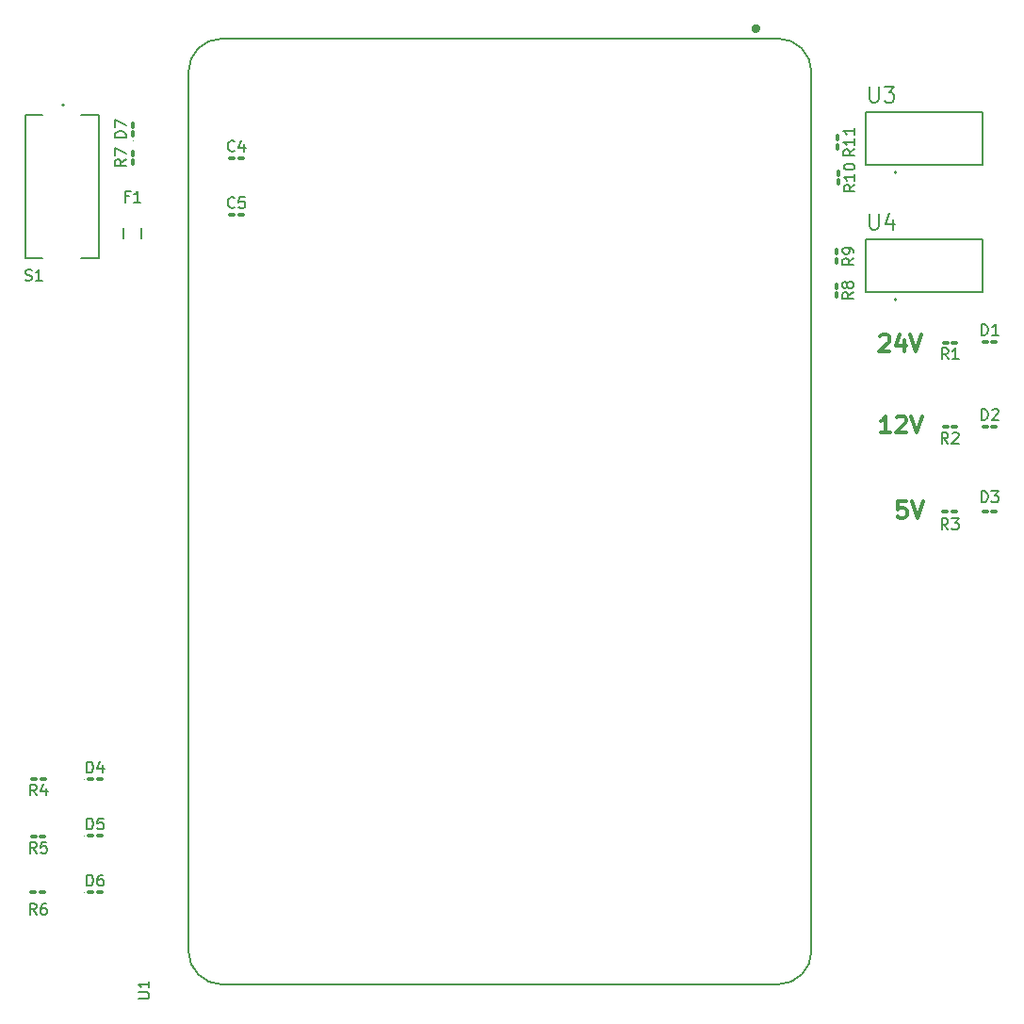
<source format=gto>
G04 #@! TF.GenerationSoftware,KiCad,Pcbnew,7.0.6*
G04 #@! TF.CreationDate,2023-08-10T19:19:24-04:00*
G04 #@! TF.ProjectId,jerry,6a657272-792e-46b6-9963-61645f706362,rev?*
G04 #@! TF.SameCoordinates,Original*
G04 #@! TF.FileFunction,Legend,Top*
G04 #@! TF.FilePolarity,Positive*
%FSLAX46Y46*%
G04 Gerber Fmt 4.6, Leading zero omitted, Abs format (unit mm)*
G04 Created by KiCad (PCBNEW 7.0.6) date 2023-08-10 19:19:24*
%MOMM*%
%LPD*%
G01*
G04 APERTURE LIST*
G04 Aperture macros list*
%AMRoundRect*
0 Rectangle with rounded corners*
0 $1 Rounding radius*
0 $2 $3 $4 $5 $6 $7 $8 $9 X,Y pos of 4 corners*
0 Add a 4 corners polygon primitive as box body*
4,1,4,$2,$3,$4,$5,$6,$7,$8,$9,$2,$3,0*
0 Add four circle primitives for the rounded corners*
1,1,$1+$1,$2,$3*
1,1,$1+$1,$4,$5*
1,1,$1+$1,$6,$7*
1,1,$1+$1,$8,$9*
0 Add four rect primitives between the rounded corners*
20,1,$1+$1,$2,$3,$4,$5,0*
20,1,$1+$1,$4,$5,$6,$7,0*
20,1,$1+$1,$6,$7,$8,$9,0*
20,1,$1+$1,$8,$9,$2,$3,0*%
G04 Aperture macros list end*
%ADD10C,0.300000*%
%ADD11C,0.150000*%
%ADD12C,0.100000*%
%ADD13C,0.127000*%
%ADD14C,0.200000*%
%ADD15C,0.400000*%
%ADD16RoundRect,0.100000X0.217500X0.100000X-0.217500X0.100000X-0.217500X-0.100000X0.217500X-0.100000X0*%
%ADD17RoundRect,0.100000X-0.217500X-0.100000X0.217500X-0.100000X0.217500X0.100000X-0.217500X0.100000X0*%
%ADD18R,1.860000X1.860000*%
%ADD19C,1.860000*%
%ADD20R,1.524000X1.524000*%
%ADD21C,1.524000*%
%ADD22C,6.200000*%
%ADD23RoundRect,0.100000X0.100000X-0.217500X0.100000X0.217500X-0.100000X0.217500X-0.100000X-0.217500X0*%
%ADD24R,2.775000X2.775000*%
%ADD25C,2.775000*%
%ADD26RoundRect,0.100000X-0.100000X0.217500X-0.100000X-0.217500X0.100000X-0.217500X0.100000X0.217500X0*%
%ADD27R,1.800000X1.170000*%
%ADD28C,6.000000*%
%ADD29R,6.000000X6.000000*%
%ADD30R,1.370000X1.370000*%
%ADD31C,1.370000*%
%ADD32R,1.530000X1.530000*%
%ADD33C,1.530000*%
G04 APERTURE END LIST*
D10*
X106550740Y-99831366D02*
X106622168Y-99759938D01*
X106622168Y-99759938D02*
X106765026Y-99688509D01*
X106765026Y-99688509D02*
X107122168Y-99688509D01*
X107122168Y-99688509D02*
X107265026Y-99759938D01*
X107265026Y-99759938D02*
X107336454Y-99831366D01*
X107336454Y-99831366D02*
X107407883Y-99974223D01*
X107407883Y-99974223D02*
X107407883Y-100117081D01*
X107407883Y-100117081D02*
X107336454Y-100331366D01*
X107336454Y-100331366D02*
X106479311Y-101188509D01*
X106479311Y-101188509D02*
X107407883Y-101188509D01*
X108693597Y-100188509D02*
X108693597Y-101188509D01*
X108336454Y-99617081D02*
X107979311Y-100688509D01*
X107979311Y-100688509D02*
X108907882Y-100688509D01*
X109265025Y-99688509D02*
X109765025Y-101188509D01*
X109765025Y-101188509D02*
X110265025Y-99688509D01*
X108895142Y-114670874D02*
X108180856Y-114670874D01*
X108180856Y-114670874D02*
X108109428Y-115385160D01*
X108109428Y-115385160D02*
X108180856Y-115313731D01*
X108180856Y-115313731D02*
X108323714Y-115242303D01*
X108323714Y-115242303D02*
X108680856Y-115242303D01*
X108680856Y-115242303D02*
X108823714Y-115313731D01*
X108823714Y-115313731D02*
X108895142Y-115385160D01*
X108895142Y-115385160D02*
X108966571Y-115528017D01*
X108966571Y-115528017D02*
X108966571Y-115885160D01*
X108966571Y-115885160D02*
X108895142Y-116028017D01*
X108895142Y-116028017D02*
X108823714Y-116099446D01*
X108823714Y-116099446D02*
X108680856Y-116170874D01*
X108680856Y-116170874D02*
X108323714Y-116170874D01*
X108323714Y-116170874D02*
X108180856Y-116099446D01*
X108180856Y-116099446D02*
X108109428Y-116028017D01*
X109395142Y-114670874D02*
X109895142Y-116170874D01*
X109895142Y-116170874D02*
X110395142Y-114670874D01*
X107463550Y-108480944D02*
X106606407Y-108480944D01*
X107034978Y-108480944D02*
X107034978Y-106980944D01*
X107034978Y-106980944D02*
X106892121Y-107195230D01*
X106892121Y-107195230D02*
X106749264Y-107338087D01*
X106749264Y-107338087D02*
X106606407Y-107409516D01*
X108034978Y-107123801D02*
X108106406Y-107052373D01*
X108106406Y-107052373D02*
X108249264Y-106980944D01*
X108249264Y-106980944D02*
X108606406Y-106980944D01*
X108606406Y-106980944D02*
X108749264Y-107052373D01*
X108749264Y-107052373D02*
X108820692Y-107123801D01*
X108820692Y-107123801D02*
X108892121Y-107266658D01*
X108892121Y-107266658D02*
X108892121Y-107409516D01*
X108892121Y-107409516D02*
X108820692Y-107623801D01*
X108820692Y-107623801D02*
X107963549Y-108480944D01*
X107963549Y-108480944D02*
X108892121Y-108480944D01*
X109320692Y-106980944D02*
X109820692Y-108480944D01*
X109820692Y-108480944D02*
X110320692Y-106980944D01*
D11*
X30745833Y-141093229D02*
X30412500Y-140617038D01*
X30174405Y-141093229D02*
X30174405Y-140093229D01*
X30174405Y-140093229D02*
X30555357Y-140093229D01*
X30555357Y-140093229D02*
X30650595Y-140140848D01*
X30650595Y-140140848D02*
X30698214Y-140188467D01*
X30698214Y-140188467D02*
X30745833Y-140283705D01*
X30745833Y-140283705D02*
X30745833Y-140426562D01*
X30745833Y-140426562D02*
X30698214Y-140521800D01*
X30698214Y-140521800D02*
X30650595Y-140569419D01*
X30650595Y-140569419D02*
X30555357Y-140617038D01*
X30555357Y-140617038D02*
X30174405Y-140617038D01*
X31602976Y-140426562D02*
X31602976Y-141093229D01*
X31364881Y-140045610D02*
X31126786Y-140759895D01*
X31126786Y-140759895D02*
X31745833Y-140759895D01*
X30722029Y-146284819D02*
X30388696Y-145808628D01*
X30150601Y-146284819D02*
X30150601Y-145284819D01*
X30150601Y-145284819D02*
X30531553Y-145284819D01*
X30531553Y-145284819D02*
X30626791Y-145332438D01*
X30626791Y-145332438D02*
X30674410Y-145380057D01*
X30674410Y-145380057D02*
X30722029Y-145475295D01*
X30722029Y-145475295D02*
X30722029Y-145618152D01*
X30722029Y-145618152D02*
X30674410Y-145713390D01*
X30674410Y-145713390D02*
X30626791Y-145761009D01*
X30626791Y-145761009D02*
X30531553Y-145808628D01*
X30531553Y-145808628D02*
X30150601Y-145808628D01*
X31626791Y-145284819D02*
X31150601Y-145284819D01*
X31150601Y-145284819D02*
X31102982Y-145761009D01*
X31102982Y-145761009D02*
X31150601Y-145713390D01*
X31150601Y-145713390D02*
X31245839Y-145665771D01*
X31245839Y-145665771D02*
X31483934Y-145665771D01*
X31483934Y-145665771D02*
X31579172Y-145713390D01*
X31579172Y-145713390D02*
X31626791Y-145761009D01*
X31626791Y-145761009D02*
X31674410Y-145856247D01*
X31674410Y-145856247D02*
X31674410Y-146094342D01*
X31674410Y-146094342D02*
X31626791Y-146189580D01*
X31626791Y-146189580D02*
X31579172Y-146237200D01*
X31579172Y-146237200D02*
X31483934Y-146284819D01*
X31483934Y-146284819D02*
X31245839Y-146284819D01*
X31245839Y-146284819D02*
X31150601Y-146237200D01*
X31150601Y-146237200D02*
X31102982Y-146189580D01*
X115656565Y-114746614D02*
X115656565Y-113746614D01*
X115656565Y-113746614D02*
X115894660Y-113746614D01*
X115894660Y-113746614D02*
X116037517Y-113794233D01*
X116037517Y-113794233D02*
X116132755Y-113889471D01*
X116132755Y-113889471D02*
X116180374Y-113984709D01*
X116180374Y-113984709D02*
X116227993Y-114175185D01*
X116227993Y-114175185D02*
X116227993Y-114318042D01*
X116227993Y-114318042D02*
X116180374Y-114508518D01*
X116180374Y-114508518D02*
X116132755Y-114603756D01*
X116132755Y-114603756D02*
X116037517Y-114698995D01*
X116037517Y-114698995D02*
X115894660Y-114746614D01*
X115894660Y-114746614D02*
X115656565Y-114746614D01*
X116561327Y-113746614D02*
X117180374Y-113746614D01*
X117180374Y-113746614D02*
X116847041Y-114127566D01*
X116847041Y-114127566D02*
X116989898Y-114127566D01*
X116989898Y-114127566D02*
X117085136Y-114175185D01*
X117085136Y-114175185D02*
X117132755Y-114222804D01*
X117132755Y-114222804D02*
X117180374Y-114318042D01*
X117180374Y-114318042D02*
X117180374Y-114556137D01*
X117180374Y-114556137D02*
X117132755Y-114651375D01*
X117132755Y-114651375D02*
X117085136Y-114698995D01*
X117085136Y-114698995D02*
X116989898Y-114746614D01*
X116989898Y-114746614D02*
X116704184Y-114746614D01*
X116704184Y-114746614D02*
X116608946Y-114698995D01*
X116608946Y-114698995D02*
X116561327Y-114651375D01*
X105613333Y-88820866D02*
X105613333Y-89954200D01*
X105613333Y-89954200D02*
X105680000Y-90087533D01*
X105680000Y-90087533D02*
X105746666Y-90154200D01*
X105746666Y-90154200D02*
X105880000Y-90220866D01*
X105880000Y-90220866D02*
X106146666Y-90220866D01*
X106146666Y-90220866D02*
X106280000Y-90154200D01*
X106280000Y-90154200D02*
X106346666Y-90087533D01*
X106346666Y-90087533D02*
X106413333Y-89954200D01*
X106413333Y-89954200D02*
X106413333Y-88820866D01*
X107680000Y-89287533D02*
X107680000Y-90220866D01*
X107346667Y-88754200D02*
X107013333Y-89754200D01*
X107013333Y-89754200D02*
X107880000Y-89754200D01*
X39856826Y-159365517D02*
X40666349Y-159365517D01*
X40666349Y-159365517D02*
X40761587Y-159317898D01*
X40761587Y-159317898D02*
X40809207Y-159270279D01*
X40809207Y-159270279D02*
X40856826Y-159175041D01*
X40856826Y-159175041D02*
X40856826Y-158984565D01*
X40856826Y-158984565D02*
X40809207Y-158889327D01*
X40809207Y-158889327D02*
X40761587Y-158841708D01*
X40761587Y-158841708D02*
X40666349Y-158794089D01*
X40666349Y-158794089D02*
X39856826Y-158794089D01*
X40856826Y-157794089D02*
X40856826Y-158365517D01*
X40856826Y-158079803D02*
X39856826Y-158079803D01*
X39856826Y-158079803D02*
X39999683Y-158175041D01*
X39999683Y-158175041D02*
X40094921Y-158270279D01*
X40094921Y-158270279D02*
X40142540Y-158365517D01*
X35254405Y-139055337D02*
X35254405Y-138055337D01*
X35254405Y-138055337D02*
X35492500Y-138055337D01*
X35492500Y-138055337D02*
X35635357Y-138102956D01*
X35635357Y-138102956D02*
X35730595Y-138198194D01*
X35730595Y-138198194D02*
X35778214Y-138293432D01*
X35778214Y-138293432D02*
X35825833Y-138483908D01*
X35825833Y-138483908D02*
X35825833Y-138626765D01*
X35825833Y-138626765D02*
X35778214Y-138817241D01*
X35778214Y-138817241D02*
X35730595Y-138912479D01*
X35730595Y-138912479D02*
X35635357Y-139007718D01*
X35635357Y-139007718D02*
X35492500Y-139055337D01*
X35492500Y-139055337D02*
X35254405Y-139055337D01*
X36682976Y-138388670D02*
X36682976Y-139055337D01*
X36444881Y-138007718D02*
X36206786Y-138722003D01*
X36206786Y-138722003D02*
X36825833Y-138722003D01*
X35254405Y-144135337D02*
X35254405Y-143135337D01*
X35254405Y-143135337D02*
X35492500Y-143135337D01*
X35492500Y-143135337D02*
X35635357Y-143182956D01*
X35635357Y-143182956D02*
X35730595Y-143278194D01*
X35730595Y-143278194D02*
X35778214Y-143373432D01*
X35778214Y-143373432D02*
X35825833Y-143563908D01*
X35825833Y-143563908D02*
X35825833Y-143706765D01*
X35825833Y-143706765D02*
X35778214Y-143897241D01*
X35778214Y-143897241D02*
X35730595Y-143992479D01*
X35730595Y-143992479D02*
X35635357Y-144087718D01*
X35635357Y-144087718D02*
X35492500Y-144135337D01*
X35492500Y-144135337D02*
X35254405Y-144135337D01*
X36730595Y-143135337D02*
X36254405Y-143135337D01*
X36254405Y-143135337D02*
X36206786Y-143611527D01*
X36206786Y-143611527D02*
X36254405Y-143563908D01*
X36254405Y-143563908D02*
X36349643Y-143516289D01*
X36349643Y-143516289D02*
X36587738Y-143516289D01*
X36587738Y-143516289D02*
X36682976Y-143563908D01*
X36682976Y-143563908D02*
X36730595Y-143611527D01*
X36730595Y-143611527D02*
X36778214Y-143706765D01*
X36778214Y-143706765D02*
X36778214Y-143944860D01*
X36778214Y-143944860D02*
X36730595Y-144040098D01*
X36730595Y-144040098D02*
X36682976Y-144087718D01*
X36682976Y-144087718D02*
X36587738Y-144135337D01*
X36587738Y-144135337D02*
X36349643Y-144135337D01*
X36349643Y-144135337D02*
X36254405Y-144087718D01*
X36254405Y-144087718D02*
X36206786Y-144040098D01*
X48525833Y-88209580D02*
X48478214Y-88257200D01*
X48478214Y-88257200D02*
X48335357Y-88304819D01*
X48335357Y-88304819D02*
X48240119Y-88304819D01*
X48240119Y-88304819D02*
X48097262Y-88257200D01*
X48097262Y-88257200D02*
X48002024Y-88161961D01*
X48002024Y-88161961D02*
X47954405Y-88066723D01*
X47954405Y-88066723D02*
X47906786Y-87876247D01*
X47906786Y-87876247D02*
X47906786Y-87733390D01*
X47906786Y-87733390D02*
X47954405Y-87542914D01*
X47954405Y-87542914D02*
X48002024Y-87447676D01*
X48002024Y-87447676D02*
X48097262Y-87352438D01*
X48097262Y-87352438D02*
X48240119Y-87304819D01*
X48240119Y-87304819D02*
X48335357Y-87304819D01*
X48335357Y-87304819D02*
X48478214Y-87352438D01*
X48478214Y-87352438D02*
X48525833Y-87400057D01*
X49430595Y-87304819D02*
X48954405Y-87304819D01*
X48954405Y-87304819D02*
X48906786Y-87781009D01*
X48906786Y-87781009D02*
X48954405Y-87733390D01*
X48954405Y-87733390D02*
X49049643Y-87685771D01*
X49049643Y-87685771D02*
X49287738Y-87685771D01*
X49287738Y-87685771D02*
X49382976Y-87733390D01*
X49382976Y-87733390D02*
X49430595Y-87781009D01*
X49430595Y-87781009D02*
X49478214Y-87876247D01*
X49478214Y-87876247D02*
X49478214Y-88114342D01*
X49478214Y-88114342D02*
X49430595Y-88209580D01*
X49430595Y-88209580D02*
X49382976Y-88257200D01*
X49382976Y-88257200D02*
X49287738Y-88304819D01*
X49287738Y-88304819D02*
X49049643Y-88304819D01*
X49049643Y-88304819D02*
X48954405Y-88257200D01*
X48954405Y-88257200D02*
X48906786Y-88209580D01*
X112661707Y-109466934D02*
X112328374Y-108990743D01*
X112090279Y-109466934D02*
X112090279Y-108466934D01*
X112090279Y-108466934D02*
X112471231Y-108466934D01*
X112471231Y-108466934D02*
X112566469Y-108514553D01*
X112566469Y-108514553D02*
X112614088Y-108562172D01*
X112614088Y-108562172D02*
X112661707Y-108657410D01*
X112661707Y-108657410D02*
X112661707Y-108800267D01*
X112661707Y-108800267D02*
X112614088Y-108895505D01*
X112614088Y-108895505D02*
X112566469Y-108943124D01*
X112566469Y-108943124D02*
X112471231Y-108990743D01*
X112471231Y-108990743D02*
X112090279Y-108990743D01*
X113042660Y-108562172D02*
X113090279Y-108514553D01*
X113090279Y-108514553D02*
X113185517Y-108466934D01*
X113185517Y-108466934D02*
X113423612Y-108466934D01*
X113423612Y-108466934D02*
X113518850Y-108514553D01*
X113518850Y-108514553D02*
X113566469Y-108562172D01*
X113566469Y-108562172D02*
X113614088Y-108657410D01*
X113614088Y-108657410D02*
X113614088Y-108752648D01*
X113614088Y-108752648D02*
X113566469Y-108895505D01*
X113566469Y-108895505D02*
X112995041Y-109466934D01*
X112995041Y-109466934D02*
X113614088Y-109466934D01*
X38774819Y-83934166D02*
X38298628Y-84267499D01*
X38774819Y-84505594D02*
X37774819Y-84505594D01*
X37774819Y-84505594D02*
X37774819Y-84124642D01*
X37774819Y-84124642D02*
X37822438Y-84029404D01*
X37822438Y-84029404D02*
X37870057Y-83981785D01*
X37870057Y-83981785D02*
X37965295Y-83934166D01*
X37965295Y-83934166D02*
X38108152Y-83934166D01*
X38108152Y-83934166D02*
X38203390Y-83981785D01*
X38203390Y-83981785D02*
X38251009Y-84029404D01*
X38251009Y-84029404D02*
X38298628Y-84124642D01*
X38298628Y-84124642D02*
X38298628Y-84505594D01*
X37774819Y-83600832D02*
X37774819Y-82934166D01*
X37774819Y-82934166D02*
X38774819Y-83362737D01*
X29718095Y-94767200D02*
X29860952Y-94814819D01*
X29860952Y-94814819D02*
X30099047Y-94814819D01*
X30099047Y-94814819D02*
X30194285Y-94767200D01*
X30194285Y-94767200D02*
X30241904Y-94719580D01*
X30241904Y-94719580D02*
X30289523Y-94624342D01*
X30289523Y-94624342D02*
X30289523Y-94529104D01*
X30289523Y-94529104D02*
X30241904Y-94433866D01*
X30241904Y-94433866D02*
X30194285Y-94386247D01*
X30194285Y-94386247D02*
X30099047Y-94338628D01*
X30099047Y-94338628D02*
X29908571Y-94291009D01*
X29908571Y-94291009D02*
X29813333Y-94243390D01*
X29813333Y-94243390D02*
X29765714Y-94195771D01*
X29765714Y-94195771D02*
X29718095Y-94100533D01*
X29718095Y-94100533D02*
X29718095Y-94005295D01*
X29718095Y-94005295D02*
X29765714Y-93910057D01*
X29765714Y-93910057D02*
X29813333Y-93862438D01*
X29813333Y-93862438D02*
X29908571Y-93814819D01*
X29908571Y-93814819D02*
X30146666Y-93814819D01*
X30146666Y-93814819D02*
X30289523Y-93862438D01*
X31241904Y-94814819D02*
X30670476Y-94814819D01*
X30956190Y-94814819D02*
X30956190Y-93814819D01*
X30956190Y-93814819D02*
X30860952Y-93957676D01*
X30860952Y-93957676D02*
X30765714Y-94052914D01*
X30765714Y-94052914D02*
X30670476Y-94100533D01*
X115669405Y-99734819D02*
X115669405Y-98734819D01*
X115669405Y-98734819D02*
X115907500Y-98734819D01*
X115907500Y-98734819D02*
X116050357Y-98782438D01*
X116050357Y-98782438D02*
X116145595Y-98877676D01*
X116145595Y-98877676D02*
X116193214Y-98972914D01*
X116193214Y-98972914D02*
X116240833Y-99163390D01*
X116240833Y-99163390D02*
X116240833Y-99306247D01*
X116240833Y-99306247D02*
X116193214Y-99496723D01*
X116193214Y-99496723D02*
X116145595Y-99591961D01*
X116145595Y-99591961D02*
X116050357Y-99687200D01*
X116050357Y-99687200D02*
X115907500Y-99734819D01*
X115907500Y-99734819D02*
X115669405Y-99734819D01*
X117193214Y-99734819D02*
X116621786Y-99734819D01*
X116907500Y-99734819D02*
X116907500Y-98734819D01*
X116907500Y-98734819D02*
X116812262Y-98877676D01*
X116812262Y-98877676D02*
X116717024Y-98972914D01*
X116717024Y-98972914D02*
X116621786Y-99020533D01*
X104149357Y-95871158D02*
X103673166Y-96204491D01*
X104149357Y-96442586D02*
X103149357Y-96442586D01*
X103149357Y-96442586D02*
X103149357Y-96061634D01*
X103149357Y-96061634D02*
X103196976Y-95966396D01*
X103196976Y-95966396D02*
X103244595Y-95918777D01*
X103244595Y-95918777D02*
X103339833Y-95871158D01*
X103339833Y-95871158D02*
X103482690Y-95871158D01*
X103482690Y-95871158D02*
X103577928Y-95918777D01*
X103577928Y-95918777D02*
X103625547Y-95966396D01*
X103625547Y-95966396D02*
X103673166Y-96061634D01*
X103673166Y-96061634D02*
X103673166Y-96442586D01*
X103577928Y-95299729D02*
X103530309Y-95394967D01*
X103530309Y-95394967D02*
X103482690Y-95442586D01*
X103482690Y-95442586D02*
X103387452Y-95490205D01*
X103387452Y-95490205D02*
X103339833Y-95490205D01*
X103339833Y-95490205D02*
X103244595Y-95442586D01*
X103244595Y-95442586D02*
X103196976Y-95394967D01*
X103196976Y-95394967D02*
X103149357Y-95299729D01*
X103149357Y-95299729D02*
X103149357Y-95109253D01*
X103149357Y-95109253D02*
X103196976Y-95014015D01*
X103196976Y-95014015D02*
X103244595Y-94966396D01*
X103244595Y-94966396D02*
X103339833Y-94918777D01*
X103339833Y-94918777D02*
X103387452Y-94918777D01*
X103387452Y-94918777D02*
X103482690Y-94966396D01*
X103482690Y-94966396D02*
X103530309Y-95014015D01*
X103530309Y-95014015D02*
X103577928Y-95109253D01*
X103577928Y-95109253D02*
X103577928Y-95299729D01*
X103577928Y-95299729D02*
X103625547Y-95394967D01*
X103625547Y-95394967D02*
X103673166Y-95442586D01*
X103673166Y-95442586D02*
X103768404Y-95490205D01*
X103768404Y-95490205D02*
X103958880Y-95490205D01*
X103958880Y-95490205D02*
X104054118Y-95442586D01*
X104054118Y-95442586D02*
X104101738Y-95394967D01*
X104101738Y-95394967D02*
X104149357Y-95299729D01*
X104149357Y-95299729D02*
X104149357Y-95109253D01*
X104149357Y-95109253D02*
X104101738Y-95014015D01*
X104101738Y-95014015D02*
X104054118Y-94966396D01*
X104054118Y-94966396D02*
X103958880Y-94918777D01*
X103958880Y-94918777D02*
X103768404Y-94918777D01*
X103768404Y-94918777D02*
X103673166Y-94966396D01*
X103673166Y-94966396D02*
X103625547Y-95014015D01*
X103625547Y-95014015D02*
X103577928Y-95109253D01*
X104261464Y-83018341D02*
X103785273Y-83351674D01*
X104261464Y-83589769D02*
X103261464Y-83589769D01*
X103261464Y-83589769D02*
X103261464Y-83208817D01*
X103261464Y-83208817D02*
X103309083Y-83113579D01*
X103309083Y-83113579D02*
X103356702Y-83065960D01*
X103356702Y-83065960D02*
X103451940Y-83018341D01*
X103451940Y-83018341D02*
X103594797Y-83018341D01*
X103594797Y-83018341D02*
X103690035Y-83065960D01*
X103690035Y-83065960D02*
X103737654Y-83113579D01*
X103737654Y-83113579D02*
X103785273Y-83208817D01*
X103785273Y-83208817D02*
X103785273Y-83589769D01*
X104261464Y-82065960D02*
X104261464Y-82637388D01*
X104261464Y-82351674D02*
X103261464Y-82351674D01*
X103261464Y-82351674D02*
X103404321Y-82446912D01*
X103404321Y-82446912D02*
X103499559Y-82542150D01*
X103499559Y-82542150D02*
X103547178Y-82637388D01*
X104261464Y-81113579D02*
X104261464Y-81685007D01*
X104261464Y-81399293D02*
X103261464Y-81399293D01*
X103261464Y-81399293D02*
X103404321Y-81494531D01*
X103404321Y-81494531D02*
X103499559Y-81589769D01*
X103499559Y-81589769D02*
X103547178Y-81685007D01*
X104176847Y-92807035D02*
X103700656Y-93140368D01*
X104176847Y-93378463D02*
X103176847Y-93378463D01*
X103176847Y-93378463D02*
X103176847Y-92997511D01*
X103176847Y-92997511D02*
X103224466Y-92902273D01*
X103224466Y-92902273D02*
X103272085Y-92854654D01*
X103272085Y-92854654D02*
X103367323Y-92807035D01*
X103367323Y-92807035D02*
X103510180Y-92807035D01*
X103510180Y-92807035D02*
X103605418Y-92854654D01*
X103605418Y-92854654D02*
X103653037Y-92902273D01*
X103653037Y-92902273D02*
X103700656Y-92997511D01*
X103700656Y-92997511D02*
X103700656Y-93378463D01*
X104176847Y-92330844D02*
X104176847Y-92140368D01*
X104176847Y-92140368D02*
X104129228Y-92045130D01*
X104129228Y-92045130D02*
X104081608Y-91997511D01*
X104081608Y-91997511D02*
X103938751Y-91902273D01*
X103938751Y-91902273D02*
X103748275Y-91854654D01*
X103748275Y-91854654D02*
X103367323Y-91854654D01*
X103367323Y-91854654D02*
X103272085Y-91902273D01*
X103272085Y-91902273D02*
X103224466Y-91949892D01*
X103224466Y-91949892D02*
X103176847Y-92045130D01*
X103176847Y-92045130D02*
X103176847Y-92235606D01*
X103176847Y-92235606D02*
X103224466Y-92330844D01*
X103224466Y-92330844D02*
X103272085Y-92378463D01*
X103272085Y-92378463D02*
X103367323Y-92426082D01*
X103367323Y-92426082D02*
X103605418Y-92426082D01*
X103605418Y-92426082D02*
X103700656Y-92378463D01*
X103700656Y-92378463D02*
X103748275Y-92330844D01*
X103748275Y-92330844D02*
X103795894Y-92235606D01*
X103795894Y-92235606D02*
X103795894Y-92045130D01*
X103795894Y-92045130D02*
X103748275Y-91949892D01*
X103748275Y-91949892D02*
X103700656Y-91902273D01*
X103700656Y-91902273D02*
X103605418Y-91854654D01*
X48525833Y-83129580D02*
X48478214Y-83177200D01*
X48478214Y-83177200D02*
X48335357Y-83224819D01*
X48335357Y-83224819D02*
X48240119Y-83224819D01*
X48240119Y-83224819D02*
X48097262Y-83177200D01*
X48097262Y-83177200D02*
X48002024Y-83081961D01*
X48002024Y-83081961D02*
X47954405Y-82986723D01*
X47954405Y-82986723D02*
X47906786Y-82796247D01*
X47906786Y-82796247D02*
X47906786Y-82653390D01*
X47906786Y-82653390D02*
X47954405Y-82462914D01*
X47954405Y-82462914D02*
X48002024Y-82367676D01*
X48002024Y-82367676D02*
X48097262Y-82272438D01*
X48097262Y-82272438D02*
X48240119Y-82224819D01*
X48240119Y-82224819D02*
X48335357Y-82224819D01*
X48335357Y-82224819D02*
X48478214Y-82272438D01*
X48478214Y-82272438D02*
X48525833Y-82320057D01*
X49382976Y-82558152D02*
X49382976Y-83224819D01*
X49144881Y-82177200D02*
X48906786Y-82891485D01*
X48906786Y-82891485D02*
X49525833Y-82891485D01*
X38774819Y-81965594D02*
X37774819Y-81965594D01*
X37774819Y-81965594D02*
X37774819Y-81727499D01*
X37774819Y-81727499D02*
X37822438Y-81584642D01*
X37822438Y-81584642D02*
X37917676Y-81489404D01*
X37917676Y-81489404D02*
X38012914Y-81441785D01*
X38012914Y-81441785D02*
X38203390Y-81394166D01*
X38203390Y-81394166D02*
X38346247Y-81394166D01*
X38346247Y-81394166D02*
X38536723Y-81441785D01*
X38536723Y-81441785D02*
X38631961Y-81489404D01*
X38631961Y-81489404D02*
X38727200Y-81584642D01*
X38727200Y-81584642D02*
X38774819Y-81727499D01*
X38774819Y-81727499D02*
X38774819Y-81965594D01*
X37774819Y-81060832D02*
X37774819Y-80394166D01*
X37774819Y-80394166D02*
X38774819Y-80822737D01*
X112670039Y-101884301D02*
X112336706Y-101408110D01*
X112098611Y-101884301D02*
X112098611Y-100884301D01*
X112098611Y-100884301D02*
X112479563Y-100884301D01*
X112479563Y-100884301D02*
X112574801Y-100931920D01*
X112574801Y-100931920D02*
X112622420Y-100979539D01*
X112622420Y-100979539D02*
X112670039Y-101074777D01*
X112670039Y-101074777D02*
X112670039Y-101217634D01*
X112670039Y-101217634D02*
X112622420Y-101312872D01*
X112622420Y-101312872D02*
X112574801Y-101360491D01*
X112574801Y-101360491D02*
X112479563Y-101408110D01*
X112479563Y-101408110D02*
X112098611Y-101408110D01*
X113622420Y-101884301D02*
X113050992Y-101884301D01*
X113336706Y-101884301D02*
X113336706Y-100884301D01*
X113336706Y-100884301D02*
X113241468Y-101027158D01*
X113241468Y-101027158D02*
X113146230Y-101122396D01*
X113146230Y-101122396D02*
X113050992Y-101170015D01*
X112652307Y-117195981D02*
X112318974Y-116719790D01*
X112080879Y-117195981D02*
X112080879Y-116195981D01*
X112080879Y-116195981D02*
X112461831Y-116195981D01*
X112461831Y-116195981D02*
X112557069Y-116243600D01*
X112557069Y-116243600D02*
X112604688Y-116291219D01*
X112604688Y-116291219D02*
X112652307Y-116386457D01*
X112652307Y-116386457D02*
X112652307Y-116529314D01*
X112652307Y-116529314D02*
X112604688Y-116624552D01*
X112604688Y-116624552D02*
X112557069Y-116672171D01*
X112557069Y-116672171D02*
X112461831Y-116719790D01*
X112461831Y-116719790D02*
X112080879Y-116719790D01*
X112985641Y-116195981D02*
X113604688Y-116195981D01*
X113604688Y-116195981D02*
X113271355Y-116576933D01*
X113271355Y-116576933D02*
X113414212Y-116576933D01*
X113414212Y-116576933D02*
X113509450Y-116624552D01*
X113509450Y-116624552D02*
X113557069Y-116672171D01*
X113557069Y-116672171D02*
X113604688Y-116767409D01*
X113604688Y-116767409D02*
X113604688Y-117005504D01*
X113604688Y-117005504D02*
X113557069Y-117100742D01*
X113557069Y-117100742D02*
X113509450Y-117148362D01*
X113509450Y-117148362D02*
X113414212Y-117195981D01*
X113414212Y-117195981D02*
X113128498Y-117195981D01*
X113128498Y-117195981D02*
X113033260Y-117148362D01*
X113033260Y-117148362D02*
X112985641Y-117100742D01*
X115669405Y-107354819D02*
X115669405Y-106354819D01*
X115669405Y-106354819D02*
X115907500Y-106354819D01*
X115907500Y-106354819D02*
X116050357Y-106402438D01*
X116050357Y-106402438D02*
X116145595Y-106497676D01*
X116145595Y-106497676D02*
X116193214Y-106592914D01*
X116193214Y-106592914D02*
X116240833Y-106783390D01*
X116240833Y-106783390D02*
X116240833Y-106926247D01*
X116240833Y-106926247D02*
X116193214Y-107116723D01*
X116193214Y-107116723D02*
X116145595Y-107211961D01*
X116145595Y-107211961D02*
X116050357Y-107307200D01*
X116050357Y-107307200D02*
X115907500Y-107354819D01*
X115907500Y-107354819D02*
X115669405Y-107354819D01*
X116621786Y-106450057D02*
X116669405Y-106402438D01*
X116669405Y-106402438D02*
X116764643Y-106354819D01*
X116764643Y-106354819D02*
X117002738Y-106354819D01*
X117002738Y-106354819D02*
X117097976Y-106402438D01*
X117097976Y-106402438D02*
X117145595Y-106450057D01*
X117145595Y-106450057D02*
X117193214Y-106545295D01*
X117193214Y-106545295D02*
X117193214Y-106640533D01*
X117193214Y-106640533D02*
X117145595Y-106783390D01*
X117145595Y-106783390D02*
X116574167Y-107354819D01*
X116574167Y-107354819D02*
X117193214Y-107354819D01*
X30717522Y-151807616D02*
X30384189Y-151331425D01*
X30146094Y-151807616D02*
X30146094Y-150807616D01*
X30146094Y-150807616D02*
X30527046Y-150807616D01*
X30527046Y-150807616D02*
X30622284Y-150855235D01*
X30622284Y-150855235D02*
X30669903Y-150902854D01*
X30669903Y-150902854D02*
X30717522Y-150998092D01*
X30717522Y-150998092D02*
X30717522Y-151140949D01*
X30717522Y-151140949D02*
X30669903Y-151236187D01*
X30669903Y-151236187D02*
X30622284Y-151283806D01*
X30622284Y-151283806D02*
X30527046Y-151331425D01*
X30527046Y-151331425D02*
X30146094Y-151331425D01*
X31574665Y-150807616D02*
X31384189Y-150807616D01*
X31384189Y-150807616D02*
X31288951Y-150855235D01*
X31288951Y-150855235D02*
X31241332Y-150902854D01*
X31241332Y-150902854D02*
X31146094Y-151045711D01*
X31146094Y-151045711D02*
X31098475Y-151236187D01*
X31098475Y-151236187D02*
X31098475Y-151617139D01*
X31098475Y-151617139D02*
X31146094Y-151712377D01*
X31146094Y-151712377D02*
X31193713Y-151759997D01*
X31193713Y-151759997D02*
X31288951Y-151807616D01*
X31288951Y-151807616D02*
X31479427Y-151807616D01*
X31479427Y-151807616D02*
X31574665Y-151759997D01*
X31574665Y-151759997D02*
X31622284Y-151712377D01*
X31622284Y-151712377D02*
X31669903Y-151617139D01*
X31669903Y-151617139D02*
X31669903Y-151379044D01*
X31669903Y-151379044D02*
X31622284Y-151283806D01*
X31622284Y-151283806D02*
X31574665Y-151236187D01*
X31574665Y-151236187D02*
X31479427Y-151188568D01*
X31479427Y-151188568D02*
X31288951Y-151188568D01*
X31288951Y-151188568D02*
X31193713Y-151236187D01*
X31193713Y-151236187D02*
X31146094Y-151283806D01*
X31146094Y-151283806D02*
X31098475Y-151379044D01*
X35254405Y-149215337D02*
X35254405Y-148215337D01*
X35254405Y-148215337D02*
X35492500Y-148215337D01*
X35492500Y-148215337D02*
X35635357Y-148262956D01*
X35635357Y-148262956D02*
X35730595Y-148358194D01*
X35730595Y-148358194D02*
X35778214Y-148453432D01*
X35778214Y-148453432D02*
X35825833Y-148643908D01*
X35825833Y-148643908D02*
X35825833Y-148786765D01*
X35825833Y-148786765D02*
X35778214Y-148977241D01*
X35778214Y-148977241D02*
X35730595Y-149072479D01*
X35730595Y-149072479D02*
X35635357Y-149167718D01*
X35635357Y-149167718D02*
X35492500Y-149215337D01*
X35492500Y-149215337D02*
X35254405Y-149215337D01*
X36682976Y-148215337D02*
X36492500Y-148215337D01*
X36492500Y-148215337D02*
X36397262Y-148262956D01*
X36397262Y-148262956D02*
X36349643Y-148310575D01*
X36349643Y-148310575D02*
X36254405Y-148453432D01*
X36254405Y-148453432D02*
X36206786Y-148643908D01*
X36206786Y-148643908D02*
X36206786Y-149024860D01*
X36206786Y-149024860D02*
X36254405Y-149120098D01*
X36254405Y-149120098D02*
X36302024Y-149167718D01*
X36302024Y-149167718D02*
X36397262Y-149215337D01*
X36397262Y-149215337D02*
X36587738Y-149215337D01*
X36587738Y-149215337D02*
X36682976Y-149167718D01*
X36682976Y-149167718D02*
X36730595Y-149120098D01*
X36730595Y-149120098D02*
X36778214Y-149024860D01*
X36778214Y-149024860D02*
X36778214Y-148786765D01*
X36778214Y-148786765D02*
X36730595Y-148691527D01*
X36730595Y-148691527D02*
X36682976Y-148643908D01*
X36682976Y-148643908D02*
X36587738Y-148596289D01*
X36587738Y-148596289D02*
X36397262Y-148596289D01*
X36397262Y-148596289D02*
X36302024Y-148643908D01*
X36302024Y-148643908D02*
X36254405Y-148691527D01*
X36254405Y-148691527D02*
X36206786Y-148786765D01*
X105613333Y-77390866D02*
X105613333Y-78524200D01*
X105613333Y-78524200D02*
X105680000Y-78657533D01*
X105680000Y-78657533D02*
X105746666Y-78724200D01*
X105746666Y-78724200D02*
X105880000Y-78790866D01*
X105880000Y-78790866D02*
X106146666Y-78790866D01*
X106146666Y-78790866D02*
X106280000Y-78724200D01*
X106280000Y-78724200D02*
X106346666Y-78657533D01*
X106346666Y-78657533D02*
X106413333Y-78524200D01*
X106413333Y-78524200D02*
X106413333Y-77390866D01*
X106946667Y-77390866D02*
X107813333Y-77390866D01*
X107813333Y-77390866D02*
X107346667Y-77924200D01*
X107346667Y-77924200D02*
X107546667Y-77924200D01*
X107546667Y-77924200D02*
X107680000Y-77990866D01*
X107680000Y-77990866D02*
X107746667Y-78057533D01*
X107746667Y-78057533D02*
X107813333Y-78190866D01*
X107813333Y-78190866D02*
X107813333Y-78524200D01*
X107813333Y-78524200D02*
X107746667Y-78657533D01*
X107746667Y-78657533D02*
X107680000Y-78724200D01*
X107680000Y-78724200D02*
X107546667Y-78790866D01*
X107546667Y-78790866D02*
X107146667Y-78790866D01*
X107146667Y-78790866D02*
X107013333Y-78724200D01*
X107013333Y-78724200D02*
X106946667Y-78657533D01*
X39037570Y-87239419D02*
X38704237Y-87239419D01*
X38704237Y-87763229D02*
X38704237Y-86763229D01*
X38704237Y-86763229D02*
X39180427Y-86763229D01*
X40085189Y-87763229D02*
X39513761Y-87763229D01*
X39799475Y-87763229D02*
X39799475Y-86763229D01*
X39799475Y-86763229D02*
X39704237Y-86906086D01*
X39704237Y-86906086D02*
X39608999Y-87001324D01*
X39608999Y-87001324D02*
X39513761Y-87048943D01*
X104281657Y-86201864D02*
X103805466Y-86535197D01*
X104281657Y-86773292D02*
X103281657Y-86773292D01*
X103281657Y-86773292D02*
X103281657Y-86392340D01*
X103281657Y-86392340D02*
X103329276Y-86297102D01*
X103329276Y-86297102D02*
X103376895Y-86249483D01*
X103376895Y-86249483D02*
X103472133Y-86201864D01*
X103472133Y-86201864D02*
X103614990Y-86201864D01*
X103614990Y-86201864D02*
X103710228Y-86249483D01*
X103710228Y-86249483D02*
X103757847Y-86297102D01*
X103757847Y-86297102D02*
X103805466Y-86392340D01*
X103805466Y-86392340D02*
X103805466Y-86773292D01*
X104281657Y-85249483D02*
X104281657Y-85820911D01*
X104281657Y-85535197D02*
X103281657Y-85535197D01*
X103281657Y-85535197D02*
X103424514Y-85630435D01*
X103424514Y-85630435D02*
X103519752Y-85725673D01*
X103519752Y-85725673D02*
X103567371Y-85820911D01*
X103281657Y-84630435D02*
X103281657Y-84535197D01*
X103281657Y-84535197D02*
X103329276Y-84439959D01*
X103329276Y-84439959D02*
X103376895Y-84392340D01*
X103376895Y-84392340D02*
X103472133Y-84344721D01*
X103472133Y-84344721D02*
X103662609Y-84297102D01*
X103662609Y-84297102D02*
X103900704Y-84297102D01*
X103900704Y-84297102D02*
X104091180Y-84344721D01*
X104091180Y-84344721D02*
X104186418Y-84392340D01*
X104186418Y-84392340D02*
X104234038Y-84439959D01*
X104234038Y-84439959D02*
X104281657Y-84535197D01*
X104281657Y-84535197D02*
X104281657Y-84630435D01*
X104281657Y-84630435D02*
X104234038Y-84725673D01*
X104234038Y-84725673D02*
X104186418Y-84773292D01*
X104186418Y-84773292D02*
X104091180Y-84820911D01*
X104091180Y-84820911D02*
X103900704Y-84868530D01*
X103900704Y-84868530D02*
X103662609Y-84868530D01*
X103662609Y-84868530D02*
X103472133Y-84820911D01*
X103472133Y-84820911D02*
X103376895Y-84773292D01*
X103376895Y-84773292D02*
X103329276Y-84725673D01*
X103329276Y-84725673D02*
X103281657Y-84630435D01*
D12*
X115422500Y-115570000D02*
G75*
G03*
X115422500Y-115570000I-50000J0D01*
G01*
D13*
X105220000Y-91120000D02*
X105220000Y-95820000D01*
X105220000Y-95820000D02*
X115760000Y-95820000D01*
X115760000Y-91120000D02*
X105220000Y-91120000D01*
X115760000Y-95820000D02*
X115760000Y-91120000D01*
D14*
X108050000Y-96520000D02*
G75*
G03*
X108050000Y-96520000I-100000J0D01*
G01*
D13*
X97390000Y-73070000D02*
X47390000Y-73070000D01*
X44390000Y-76070000D02*
X44390000Y-155070000D01*
X100390000Y-155070000D02*
X100390000Y-76070000D01*
X47390000Y-158070000D02*
X97390000Y-158070000D01*
X100390000Y-76070000D02*
G75*
G03*
X97390000Y-73070000I-3000001J-1D01*
G01*
X47390000Y-73070000D02*
G75*
G03*
X44390000Y-76070000I1J-3000001D01*
G01*
X97390000Y-158070000D02*
G75*
G03*
X100390000Y-155070000I0J3000000D01*
G01*
X44390000Y-155070000D02*
G75*
G03*
X47390000Y-158070000I3000000J0D01*
G01*
D15*
X95590000Y-72170000D02*
G75*
G03*
X95590000Y-72170000I-200000J0D01*
G01*
D12*
X35007500Y-139650518D02*
G75*
G03*
X35007500Y-139650518I-50000J0D01*
G01*
X35007500Y-144730518D02*
G75*
G03*
X35007500Y-144730518I-50000J0D01*
G01*
D13*
X36320000Y-79935000D02*
X36320000Y-92785000D01*
X34770000Y-79935000D02*
X36320000Y-79935000D01*
X29720000Y-79935000D02*
X31270000Y-79935000D01*
X36320000Y-92785000D02*
X34770000Y-92785000D01*
X31270000Y-92785000D02*
X29720000Y-92785000D01*
X29720000Y-92785000D02*
X29720000Y-79935000D01*
D14*
X33220000Y-79060000D02*
G75*
G03*
X33220000Y-79060000I-100000J0D01*
G01*
D12*
X115422500Y-100330000D02*
G75*
G03*
X115422500Y-100330000I-50000J0D01*
G01*
X39420000Y-82262500D02*
G75*
G03*
X39420000Y-82262500I-50000J0D01*
G01*
X115422500Y-107950000D02*
G75*
G03*
X115422500Y-107950000I-50000J0D01*
G01*
X35007500Y-149810518D02*
G75*
G03*
X35007500Y-149810518I-50000J0D01*
G01*
D13*
X105220000Y-79690000D02*
X105220000Y-84390000D01*
X105220000Y-84390000D02*
X115760000Y-84390000D01*
X115760000Y-79690000D02*
X105220000Y-79690000D01*
X115760000Y-84390000D02*
X115760000Y-79690000D01*
D14*
X108050000Y-85090000D02*
G75*
G03*
X108050000Y-85090000I-100000J0D01*
G01*
D13*
X38580000Y-90990000D02*
X38580000Y-90110000D01*
X40160000Y-90110000D02*
X40160000Y-90990000D01*
%LPC*%
D16*
X31320000Y-139588410D03*
X30505000Y-139588410D03*
X31296196Y-144780000D03*
X30481196Y-144780000D03*
D17*
X116000000Y-115570000D03*
X116815000Y-115570000D03*
D18*
X107950000Y-93980000D03*
D19*
X110490000Y-93980000D03*
X113030000Y-93980000D03*
D20*
X95620000Y-81440000D03*
D21*
X98160000Y-81440000D03*
X95620000Y-83980000D03*
X98160000Y-83980000D03*
X95620000Y-86520000D03*
X98160000Y-86520000D03*
X95620000Y-89060000D03*
X98160000Y-89060000D03*
X95620000Y-91600000D03*
X98160000Y-91600000D03*
X95620000Y-94140000D03*
X98160000Y-94140000D03*
X95620000Y-96680000D03*
X98160000Y-96680000D03*
X95620000Y-99220000D03*
X98160000Y-99220000D03*
X95620000Y-101760000D03*
X98160000Y-101760000D03*
X95620000Y-104300000D03*
X98160000Y-104300000D03*
X95620000Y-106840000D03*
X98160000Y-106840000D03*
X95620000Y-109380000D03*
X98160000Y-109380000D03*
X95620000Y-111920000D03*
X98160000Y-111920000D03*
X95620000Y-114460000D03*
X98160000Y-114460000D03*
X95620000Y-117000000D03*
X98160000Y-117000000D03*
X95620000Y-119540000D03*
X98160000Y-119540000D03*
X95620000Y-122080000D03*
X98160000Y-122080000D03*
X95620000Y-124620000D03*
X98160000Y-124620000D03*
X95620000Y-127160000D03*
X98160000Y-127160000D03*
X95620000Y-129700000D03*
X98160000Y-129700000D03*
X89497000Y-135800000D03*
X92037000Y-135800000D03*
X89497000Y-133260000D03*
X92037000Y-133260000D03*
D22*
X96890000Y-76570000D03*
X96890000Y-134570000D03*
X47890000Y-134570000D03*
X47890000Y-76570000D03*
D17*
X35585000Y-139650518D03*
X36400000Y-139650518D03*
X35585000Y-144730518D03*
X36400000Y-144730518D03*
X48285000Y-88900000D03*
X49100000Y-88900000D03*
D16*
X113235874Y-107962115D03*
X112420874Y-107962115D03*
D23*
X39370000Y-84175000D03*
X39370000Y-83360000D03*
D24*
X33020000Y-81660000D03*
D25*
X33020000Y-86360000D03*
X33020000Y-91060000D03*
D17*
X116000000Y-100330000D03*
X116815000Y-100330000D03*
D26*
X102644538Y-95296992D03*
X102644538Y-96111992D03*
X102756645Y-81967984D03*
X102756645Y-82782984D03*
X102672028Y-92232869D03*
X102672028Y-93047869D03*
D17*
X48285000Y-83820000D03*
X49100000Y-83820000D03*
D23*
X39370000Y-81635000D03*
X39370000Y-80820000D03*
D16*
X113244206Y-100379482D03*
X112429206Y-100379482D03*
X113202971Y-115569999D03*
X112387971Y-115569999D03*
D17*
X116000000Y-107950000D03*
X116815000Y-107950000D03*
D16*
X31238641Y-149775553D03*
X30423641Y-149775553D03*
D17*
X35585000Y-149810518D03*
X36400000Y-149810518D03*
D18*
X107950000Y-82550000D03*
D19*
X110490000Y-82550000D03*
X113030000Y-82550000D03*
D27*
X39370000Y-92020000D03*
X39370000Y-89080000D03*
D26*
X102776838Y-85151507D03*
X102776838Y-85966507D03*
D28*
X37000000Y-120440000D03*
D29*
X37000000Y-113240000D03*
D30*
X88900000Y-108237500D03*
D31*
X88900000Y-110777500D03*
X88900000Y-113317500D03*
X88900000Y-115857500D03*
X88900000Y-118397500D03*
X88900000Y-120937500D03*
D32*
X77470000Y-106680000D03*
D33*
X77470000Y-109220000D03*
X77470000Y-111760000D03*
X77470000Y-114300000D03*
X77470000Y-116840000D03*
X77470000Y-119380000D03*
X77470000Y-121920000D03*
X77470000Y-124460000D03*
X64770000Y-124460000D03*
X64770000Y-121920000D03*
X64770000Y-119380000D03*
X64770000Y-116840000D03*
X64770000Y-114300000D03*
X64770000Y-111760000D03*
X64770000Y-109220000D03*
X64770000Y-106680000D03*
D30*
X48260000Y-108237500D03*
D31*
X48260000Y-110777500D03*
X48260000Y-113317500D03*
X48260000Y-115857500D03*
X48260000Y-118397500D03*
X48260000Y-120937500D03*
%LPD*%
M02*

</source>
